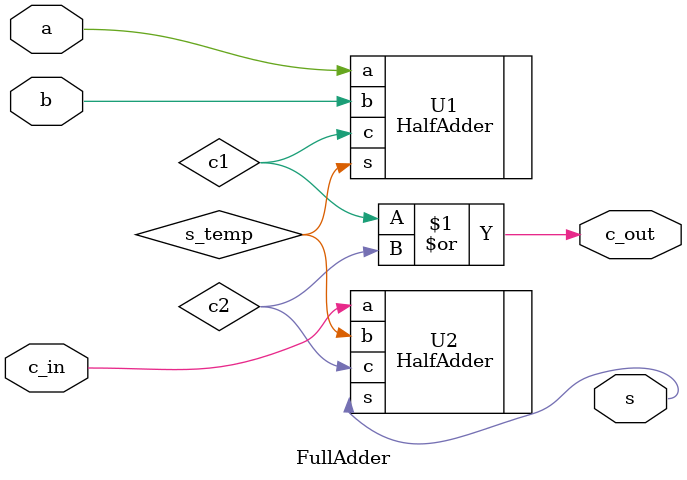
<source format=v>
`timescale 1ns / 1ps
module FullAdder(
		input a,
		input b,
		input c_in,
		output s,
		output c_out
    );
	wire c1, c2, s_temp;
	HalfAdder U1(.a(a), .b(b), .c(c1), .s(s_temp));
	HalfAdder U2(.a(c_in), .b(s_temp), .c(c2), .s(s));
	assign c_out = c1 | c2;

endmodule

</source>
